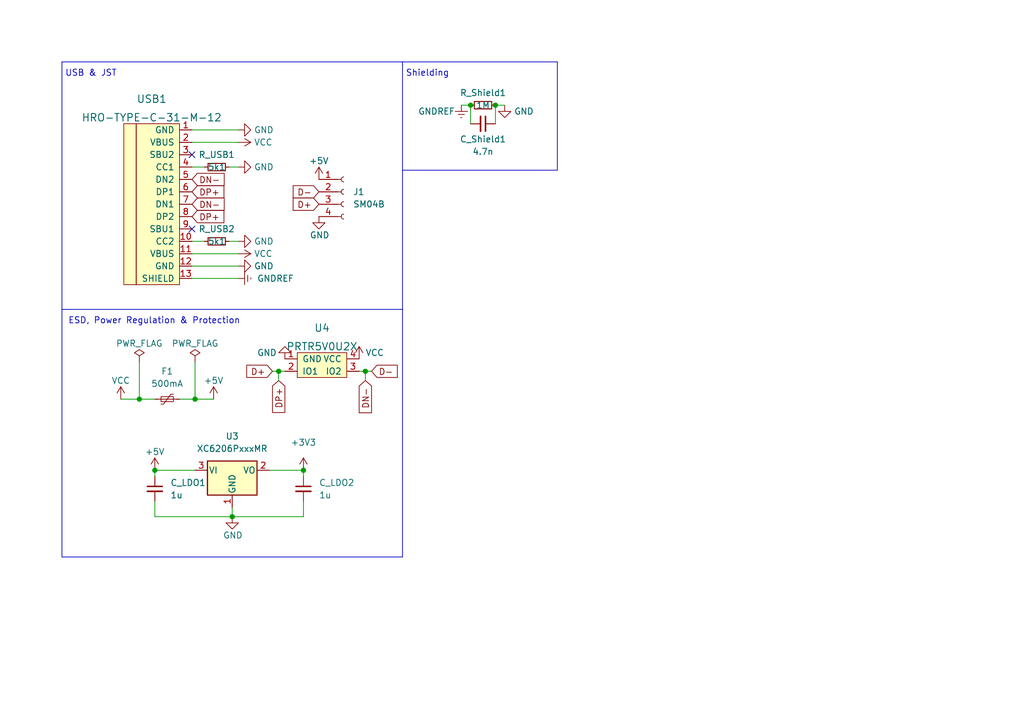
<source format=kicad_sch>
(kicad_sch (version 20230121) (generator eeschema)

  (uuid f1bcf098-ea40-4de5-99e0-808034671dd8)

  (paper "A5")

  (lib_symbols
    (symbol "Connector:Conn_01x04_Female" (pin_names (offset 1.016) hide) (in_bom yes) (on_board yes)
      (property "Reference" "J" (at 0 5.08 0)
        (effects (font (size 1.27 1.27)))
      )
      (property "Value" "Conn_01x04_Female" (at 0 -7.62 0)
        (effects (font (size 1.27 1.27)))
      )
      (property "Footprint" "" (at 0 0 0)
        (effects (font (size 1.27 1.27)) hide)
      )
      (property "Datasheet" "~" (at 0 0 0)
        (effects (font (size 1.27 1.27)) hide)
      )
      (property "ki_keywords" "connector" (at 0 0 0)
        (effects (font (size 1.27 1.27)) hide)
      )
      (property "ki_description" "Generic connector, single row, 01x04, script generated (kicad-library-utils/schlib/autogen/connector/)" (at 0 0 0)
        (effects (font (size 1.27 1.27)) hide)
      )
      (property "ki_fp_filters" "Connector*:*_1x??_*" (at 0 0 0)
        (effects (font (size 1.27 1.27)) hide)
      )
      (symbol "Conn_01x04_Female_1_1"
        (arc (start 0 -4.572) (mid -0.5058 -5.08) (end 0 -5.588)
          (stroke (width 0.1524) (type default))
          (fill (type none))
        )
        (arc (start 0 -2.032) (mid -0.5058 -2.54) (end 0 -3.048)
          (stroke (width 0.1524) (type default))
          (fill (type none))
        )
        (polyline
          (pts
            (xy -1.27 -5.08)
            (xy -0.508 -5.08)
          )
          (stroke (width 0.1524) (type default))
          (fill (type none))
        )
        (polyline
          (pts
            (xy -1.27 -2.54)
            (xy -0.508 -2.54)
          )
          (stroke (width 0.1524) (type default))
          (fill (type none))
        )
        (polyline
          (pts
            (xy -1.27 0)
            (xy -0.508 0)
          )
          (stroke (width 0.1524) (type default))
          (fill (type none))
        )
        (polyline
          (pts
            (xy -1.27 2.54)
            (xy -0.508 2.54)
          )
          (stroke (width 0.1524) (type default))
          (fill (type none))
        )
        (arc (start 0 0.508) (mid -0.5058 0) (end 0 -0.508)
          (stroke (width 0.1524) (type default))
          (fill (type none))
        )
        (arc (start 0 3.048) (mid -0.5058 2.54) (end 0 2.032)
          (stroke (width 0.1524) (type default))
          (fill (type none))
        )
        (pin passive line (at -5.08 2.54 0) (length 3.81)
          (name "Pin_1" (effects (font (size 1.27 1.27))))
          (number "1" (effects (font (size 1.27 1.27))))
        )
        (pin passive line (at -5.08 0 0) (length 3.81)
          (name "Pin_2" (effects (font (size 1.27 1.27))))
          (number "2" (effects (font (size 1.27 1.27))))
        )
        (pin passive line (at -5.08 -2.54 0) (length 3.81)
          (name "Pin_3" (effects (font (size 1.27 1.27))))
          (number "3" (effects (font (size 1.27 1.27))))
        )
        (pin passive line (at -5.08 -5.08 0) (length 3.81)
          (name "Pin_4" (effects (font (size 1.27 1.27))))
          (number "4" (effects (font (size 1.27 1.27))))
        )
      )
    )
    (symbol "Device:C_Small" (pin_numbers hide) (pin_names (offset 0.254) hide) (in_bom yes) (on_board yes)
      (property "Reference" "C" (at 0.254 1.778 0)
        (effects (font (size 1.27 1.27)) (justify left))
      )
      (property "Value" "C_Small" (at 0.254 -2.032 0)
        (effects (font (size 1.27 1.27)) (justify left))
      )
      (property "Footprint" "" (at 0 0 0)
        (effects (font (size 1.27 1.27)) hide)
      )
      (property "Datasheet" "~" (at 0 0 0)
        (effects (font (size 1.27 1.27)) hide)
      )
      (property "ki_keywords" "capacitor cap" (at 0 0 0)
        (effects (font (size 1.27 1.27)) hide)
      )
      (property "ki_description" "Unpolarized capacitor, small symbol" (at 0 0 0)
        (effects (font (size 1.27 1.27)) hide)
      )
      (property "ki_fp_filters" "C_*" (at 0 0 0)
        (effects (font (size 1.27 1.27)) hide)
      )
      (symbol "C_Small_0_1"
        (polyline
          (pts
            (xy -1.524 -0.508)
            (xy 1.524 -0.508)
          )
          (stroke (width 0.3302) (type default))
          (fill (type none))
        )
        (polyline
          (pts
            (xy -1.524 0.508)
            (xy 1.524 0.508)
          )
          (stroke (width 0.3048) (type default))
          (fill (type none))
        )
      )
      (symbol "C_Small_1_1"
        (pin passive line (at 0 2.54 270) (length 2.032)
          (name "~" (effects (font (size 1.27 1.27))))
          (number "1" (effects (font (size 1.27 1.27))))
        )
        (pin passive line (at 0 -2.54 90) (length 2.032)
          (name "~" (effects (font (size 1.27 1.27))))
          (number "2" (effects (font (size 1.27 1.27))))
        )
      )
    )
    (symbol "Device:Polyfuse_Small" (pin_numbers hide) (pin_names (offset 0)) (in_bom yes) (on_board yes)
      (property "Reference" "F" (at -1.905 0 90)
        (effects (font (size 1.27 1.27)))
      )
      (property "Value" "Polyfuse_Small" (at 1.905 0 90)
        (effects (font (size 1.27 1.27)))
      )
      (property "Footprint" "" (at 1.27 -5.08 0)
        (effects (font (size 1.27 1.27)) (justify left) hide)
      )
      (property "Datasheet" "~" (at 0 0 0)
        (effects (font (size 1.27 1.27)) hide)
      )
      (property "ki_keywords" "resettable fuse PTC PPTC polyfuse polyswitch" (at 0 0 0)
        (effects (font (size 1.27 1.27)) hide)
      )
      (property "ki_description" "Resettable fuse, polymeric positive temperature coefficient, small symbol" (at 0 0 0)
        (effects (font (size 1.27 1.27)) hide)
      )
      (property "ki_fp_filters" "*polyfuse* *PTC*" (at 0 0 0)
        (effects (font (size 1.27 1.27)) hide)
      )
      (symbol "Polyfuse_Small_0_1"
        (rectangle (start -0.508 1.27) (end 0.508 -1.27)
          (stroke (width 0) (type default))
          (fill (type none))
        )
        (polyline
          (pts
            (xy 0 2.54)
            (xy 0 -2.54)
          )
          (stroke (width 0) (type default))
          (fill (type none))
        )
        (polyline
          (pts
            (xy -1.016 1.27)
            (xy -1.016 0.762)
            (xy 1.016 -0.762)
            (xy 1.016 -1.27)
          )
          (stroke (width 0) (type default))
          (fill (type none))
        )
      )
      (symbol "Polyfuse_Small_1_1"
        (pin passive line (at 0 2.54 270) (length 0.635)
          (name "~" (effects (font (size 1.27 1.27))))
          (number "1" (effects (font (size 1.27 1.27))))
        )
        (pin passive line (at 0 -2.54 90) (length 0.635)
          (name "~" (effects (font (size 1.27 1.27))))
          (number "2" (effects (font (size 1.27 1.27))))
        )
      )
    )
    (symbol "Device:R_Small" (pin_numbers hide) (pin_names (offset 0.254) hide) (in_bom yes) (on_board yes)
      (property "Reference" "R" (at 0.762 0.508 0)
        (effects (font (size 1.27 1.27)) (justify left))
      )
      (property "Value" "R_Small" (at 0.762 -1.016 0)
        (effects (font (size 1.27 1.27)) (justify left))
      )
      (property "Footprint" "" (at 0 0 0)
        (effects (font (size 1.27 1.27)) hide)
      )
      (property "Datasheet" "~" (at 0 0 0)
        (effects (font (size 1.27 1.27)) hide)
      )
      (property "ki_keywords" "R resistor" (at 0 0 0)
        (effects (font (size 1.27 1.27)) hide)
      )
      (property "ki_description" "Resistor, small symbol" (at 0 0 0)
        (effects (font (size 1.27 1.27)) hide)
      )
      (property "ki_fp_filters" "R_*" (at 0 0 0)
        (effects (font (size 1.27 1.27)) hide)
      )
      (symbol "R_Small_0_1"
        (rectangle (start -0.762 1.778) (end 0.762 -1.778)
          (stroke (width 0.2032) (type default))
          (fill (type none))
        )
      )
      (symbol "R_Small_1_1"
        (pin passive line (at 0 2.54 270) (length 0.762)
          (name "~" (effects (font (size 1.27 1.27))))
          (number "1" (effects (font (size 1.27 1.27))))
        )
        (pin passive line (at 0 -2.54 90) (length 0.762)
          (name "~" (effects (font (size 1.27 1.27))))
          (number "2" (effects (font (size 1.27 1.27))))
        )
      )
    )
    (symbol "Regulator_Linear:XC6206PxxxMR" (pin_names (offset 0.254)) (in_bom yes) (on_board yes)
      (property "Reference" "U" (at -3.81 3.175 0)
        (effects (font (size 1.27 1.27)))
      )
      (property "Value" "XC6206PxxxMR" (at 0 3.175 0)
        (effects (font (size 1.27 1.27)) (justify left))
      )
      (property "Footprint" "Package_TO_SOT_SMD:SOT-23" (at 0 5.715 0)
        (effects (font (size 1.27 1.27) italic) hide)
      )
      (property "Datasheet" "https://www.torexsemi.com/file/xc6206/XC6206.pdf" (at 0 0 0)
        (effects (font (size 1.27 1.27)) hide)
      )
      (property "ki_keywords" "Torex LDO Voltage Regulator Fixed Positive" (at 0 0 0)
        (effects (font (size 1.27 1.27)) hide)
      )
      (property "ki_description" "Positive 60-250mA Low Dropout Regulator, Fixed Output, SOT-23" (at 0 0 0)
        (effects (font (size 1.27 1.27)) hide)
      )
      (property "ki_fp_filters" "SOT?23*" (at 0 0 0)
        (effects (font (size 1.27 1.27)) hide)
      )
      (symbol "XC6206PxxxMR_0_1"
        (rectangle (start -5.08 1.905) (end 5.08 -5.08)
          (stroke (width 0.254) (type default))
          (fill (type background))
        )
      )
      (symbol "XC6206PxxxMR_1_1"
        (pin power_in line (at 0 -7.62 90) (length 2.54)
          (name "GND" (effects (font (size 1.27 1.27))))
          (number "1" (effects (font (size 1.27 1.27))))
        )
        (pin power_out line (at 7.62 0 180) (length 2.54)
          (name "VO" (effects (font (size 1.27 1.27))))
          (number "2" (effects (font (size 1.27 1.27))))
        )
        (pin power_in line (at -7.62 0 0) (length 2.54)
          (name "VI" (effects (font (size 1.27 1.27))))
          (number "3" (effects (font (size 1.27 1.27))))
        )
      )
    )
    (symbol "cipulot_parts:HRO-TYPE-C-31-M-12" (pin_names (offset 1.016)) (in_bom yes) (on_board yes)
      (property "Reference" "USB" (at -5.08 16.51 0)
        (effects (font (size 1.524 1.524)))
      )
      (property "Value" "HRO-TYPE-C-31-M-12" (at -10.16 -1.27 90)
        (effects (font (size 1.524 1.524)))
      )
      (property "Footprint" "" (at 0 0 0)
        (effects (font (size 1.524 1.524)) hide)
      )
      (property "Datasheet" "" (at 0 0 0)
        (effects (font (size 1.524 1.524)) hide)
      )
      (symbol "HRO-TYPE-C-31-M-12_0_1"
        (rectangle (start -11.43 15.24) (end -8.89 -17.78)
          (stroke (width 0) (type default))
          (fill (type background))
        )
        (rectangle (start 0 -17.78) (end -8.89 15.24)
          (stroke (width 0) (type default))
          (fill (type background))
        )
      )
      (symbol "HRO-TYPE-C-31-M-12_1_1"
        (pin input line (at 2.54 13.97 180) (length 2.54)
          (name "GND" (effects (font (size 1.27 1.27))))
          (number "1" (effects (font (size 1.27 1.27))))
        )
        (pin input line (at 2.54 -8.89 180) (length 2.54)
          (name "CC2" (effects (font (size 1.27 1.27))))
          (number "10" (effects (font (size 1.27 1.27))))
        )
        (pin input line (at 2.54 -11.43 180) (length 2.54)
          (name "VBUS" (effects (font (size 1.27 1.27))))
          (number "11" (effects (font (size 1.27 1.27))))
        )
        (pin input line (at 2.54 -13.97 180) (length 2.54)
          (name "GND" (effects (font (size 1.27 1.27))))
          (number "12" (effects (font (size 1.27 1.27))))
        )
        (pin input line (at 2.54 -16.51 180) (length 2.54)
          (name "SHIELD" (effects (font (size 1.27 1.27))))
          (number "13" (effects (font (size 1.27 1.27))))
        )
        (pin input line (at 2.54 11.43 180) (length 2.54)
          (name "VBUS" (effects (font (size 1.27 1.27))))
          (number "2" (effects (font (size 1.27 1.27))))
        )
        (pin input line (at 2.54 8.89 180) (length 2.54)
          (name "SBU2" (effects (font (size 1.27 1.27))))
          (number "3" (effects (font (size 1.27 1.27))))
        )
        (pin input line (at 2.54 6.35 180) (length 2.54)
          (name "CC1" (effects (font (size 1.27 1.27))))
          (number "4" (effects (font (size 1.27 1.27))))
        )
        (pin input line (at 2.54 3.81 180) (length 2.54)
          (name "DN2" (effects (font (size 1.27 1.27))))
          (number "5" (effects (font (size 1.27 1.27))))
        )
        (pin input line (at 2.54 1.27 180) (length 2.54)
          (name "DP1" (effects (font (size 1.27 1.27))))
          (number "6" (effects (font (size 1.27 1.27))))
        )
        (pin input line (at 2.54 -1.27 180) (length 2.54)
          (name "DN1" (effects (font (size 1.27 1.27))))
          (number "7" (effects (font (size 1.27 1.27))))
        )
        (pin input line (at 2.54 -3.81 180) (length 2.54)
          (name "DP2" (effects (font (size 1.27 1.27))))
          (number "8" (effects (font (size 1.27 1.27))))
        )
        (pin input line (at 2.54 -6.35 180) (length 2.54)
          (name "SBU1" (effects (font (size 1.27 1.27))))
          (number "9" (effects (font (size 1.27 1.27))))
        )
      )
    )
    (symbol "cipulot_parts:PRTR5V0U2X" (pin_names (offset 1.016)) (in_bom yes) (on_board yes)
      (property "Reference" "U" (at 0 3.81 0)
        (effects (font (size 1.524 1.524)))
      )
      (property "Value" "PRTR5V0U2X" (at 0 -3.81 0)
        (effects (font (size 1.524 1.524)))
      )
      (property "Footprint" "" (at 0 0 0)
        (effects (font (size 1.524 1.524)) hide)
      )
      (property "Datasheet" "" (at 0 0 0)
        (effects (font (size 1.524 1.524)) hide)
      )
      (symbol "PRTR5V0U2X_0_1"
        (rectangle (start -5.08 2.54) (end 5.08 -2.54)
          (stroke (width 0) (type default))
          (fill (type background))
        )
      )
      (symbol "PRTR5V0U2X_1_1"
        (pin input line (at -7.62 1.27 0) (length 2.54)
          (name "GND" (effects (font (size 1.27 1.27))))
          (number "1" (effects (font (size 1.27 1.27))))
        )
        (pin input line (at -7.62 -1.27 0) (length 2.54)
          (name "IO1" (effects (font (size 1.27 1.27))))
          (number "2" (effects (font (size 1.27 1.27))))
        )
        (pin input line (at 7.62 -1.27 180) (length 2.54)
          (name "IO2" (effects (font (size 1.27 1.27))))
          (number "3" (effects (font (size 1.27 1.27))))
        )
        (pin input line (at 7.62 1.27 180) (length 2.54)
          (name "VCC" (effects (font (size 1.27 1.27))))
          (number "4" (effects (font (size 1.27 1.27))))
        )
      )
    )
    (symbol "power:+3V3" (power) (pin_names (offset 0)) (in_bom yes) (on_board yes)
      (property "Reference" "#PWR" (at 0 -3.81 0)
        (effects (font (size 1.27 1.27)) hide)
      )
      (property "Value" "+3V3" (at 0 3.556 0)
        (effects (font (size 1.27 1.27)))
      )
      (property "Footprint" "" (at 0 0 0)
        (effects (font (size 1.27 1.27)) hide)
      )
      (property "Datasheet" "" (at 0 0 0)
        (effects (font (size 1.27 1.27)) hide)
      )
      (property "ki_keywords" "power-flag" (at 0 0 0)
        (effects (font (size 1.27 1.27)) hide)
      )
      (property "ki_description" "Power symbol creates a global label with name \"+3V3\"" (at 0 0 0)
        (effects (font (size 1.27 1.27)) hide)
      )
      (symbol "+3V3_0_1"
        (polyline
          (pts
            (xy -0.762 1.27)
            (xy 0 2.54)
          )
          (stroke (width 0) (type default))
          (fill (type none))
        )
        (polyline
          (pts
            (xy 0 0)
            (xy 0 2.54)
          )
          (stroke (width 0) (type default))
          (fill (type none))
        )
        (polyline
          (pts
            (xy 0 2.54)
            (xy 0.762 1.27)
          )
          (stroke (width 0) (type default))
          (fill (type none))
        )
      )
      (symbol "+3V3_1_1"
        (pin power_in line (at 0 0 90) (length 0) hide
          (name "+3V3" (effects (font (size 1.27 1.27))))
          (number "1" (effects (font (size 1.27 1.27))))
        )
      )
    )
    (symbol "power:+5V" (power) (pin_names (offset 0)) (in_bom yes) (on_board yes)
      (property "Reference" "#PWR" (at 0 -3.81 0)
        (effects (font (size 1.27 1.27)) hide)
      )
      (property "Value" "+5V" (at 0 3.556 0)
        (effects (font (size 1.27 1.27)))
      )
      (property "Footprint" "" (at 0 0 0)
        (effects (font (size 1.27 1.27)) hide)
      )
      (property "Datasheet" "" (at 0 0 0)
        (effects (font (size 1.27 1.27)) hide)
      )
      (property "ki_keywords" "power-flag" (at 0 0 0)
        (effects (font (size 1.27 1.27)) hide)
      )
      (property "ki_description" "Power symbol creates a global label with name \"+5V\"" (at 0 0 0)
        (effects (font (size 1.27 1.27)) hide)
      )
      (symbol "+5V_0_1"
        (polyline
          (pts
            (xy -0.762 1.27)
            (xy 0 2.54)
          )
          (stroke (width 0) (type default))
          (fill (type none))
        )
        (polyline
          (pts
            (xy 0 0)
            (xy 0 2.54)
          )
          (stroke (width 0) (type default))
          (fill (type none))
        )
        (polyline
          (pts
            (xy 0 2.54)
            (xy 0.762 1.27)
          )
          (stroke (width 0) (type default))
          (fill (type none))
        )
      )
      (symbol "+5V_1_1"
        (pin power_in line (at 0 0 90) (length 0) hide
          (name "+5V" (effects (font (size 1.27 1.27))))
          (number "1" (effects (font (size 1.27 1.27))))
        )
      )
    )
    (symbol "power:GND" (power) (pin_names (offset 0)) (in_bom yes) (on_board yes)
      (property "Reference" "#PWR" (at 0 -6.35 0)
        (effects (font (size 1.27 1.27)) hide)
      )
      (property "Value" "GND" (at 0 -3.81 0)
        (effects (font (size 1.27 1.27)))
      )
      (property "Footprint" "" (at 0 0 0)
        (effects (font (size 1.27 1.27)) hide)
      )
      (property "Datasheet" "" (at 0 0 0)
        (effects (font (size 1.27 1.27)) hide)
      )
      (property "ki_keywords" "power-flag" (at 0 0 0)
        (effects (font (size 1.27 1.27)) hide)
      )
      (property "ki_description" "Power symbol creates a global label with name \"GND\" , ground" (at 0 0 0)
        (effects (font (size 1.27 1.27)) hide)
      )
      (symbol "GND_0_1"
        (polyline
          (pts
            (xy 0 0)
            (xy 0 -1.27)
            (xy 1.27 -1.27)
            (xy 0 -2.54)
            (xy -1.27 -1.27)
            (xy 0 -1.27)
          )
          (stroke (width 0) (type default))
          (fill (type none))
        )
      )
      (symbol "GND_1_1"
        (pin power_in line (at 0 0 270) (length 0) hide
          (name "GND" (effects (font (size 1.27 1.27))))
          (number "1" (effects (font (size 1.27 1.27))))
        )
      )
    )
    (symbol "power:GNDREF" (power) (pin_names (offset 0)) (in_bom yes) (on_board yes)
      (property "Reference" "#PWR" (at 0 -6.35 0)
        (effects (font (size 1.27 1.27)) hide)
      )
      (property "Value" "GNDREF" (at 0 -3.81 0)
        (effects (font (size 1.27 1.27)))
      )
      (property "Footprint" "" (at 0 0 0)
        (effects (font (size 1.27 1.27)) hide)
      )
      (property "Datasheet" "" (at 0 0 0)
        (effects (font (size 1.27 1.27)) hide)
      )
      (property "ki_keywords" "power-flag" (at 0 0 0)
        (effects (font (size 1.27 1.27)) hide)
      )
      (property "ki_description" "Power symbol creates a global label with name \"GNDREF\" , reference supply ground" (at 0 0 0)
        (effects (font (size 1.27 1.27)) hide)
      )
      (symbol "GNDREF_0_1"
        (polyline
          (pts
            (xy -0.635 -1.905)
            (xy 0.635 -1.905)
          )
          (stroke (width 0) (type default))
          (fill (type none))
        )
        (polyline
          (pts
            (xy -0.127 -2.54)
            (xy 0.127 -2.54)
          )
          (stroke (width 0) (type default))
          (fill (type none))
        )
        (polyline
          (pts
            (xy 0 -1.27)
            (xy 0 0)
          )
          (stroke (width 0) (type default))
          (fill (type none))
        )
        (polyline
          (pts
            (xy 1.27 -1.27)
            (xy -1.27 -1.27)
          )
          (stroke (width 0) (type default))
          (fill (type none))
        )
      )
      (symbol "GNDREF_1_1"
        (pin power_in line (at 0 0 270) (length 0) hide
          (name "GNDREF" (effects (font (size 1.27 1.27))))
          (number "1" (effects (font (size 1.27 1.27))))
        )
      )
    )
    (symbol "power:PWR_FLAG" (power) (pin_numbers hide) (pin_names (offset 0) hide) (in_bom yes) (on_board yes)
      (property "Reference" "#FLG" (at 0 1.905 0)
        (effects (font (size 1.27 1.27)) hide)
      )
      (property "Value" "PWR_FLAG" (at 0 3.81 0)
        (effects (font (size 1.27 1.27)))
      )
      (property "Footprint" "" (at 0 0 0)
        (effects (font (size 1.27 1.27)) hide)
      )
      (property "Datasheet" "~" (at 0 0 0)
        (effects (font (size 1.27 1.27)) hide)
      )
      (property "ki_keywords" "power-flag" (at 0 0 0)
        (effects (font (size 1.27 1.27)) hide)
      )
      (property "ki_description" "Special symbol for telling ERC where power comes from" (at 0 0 0)
        (effects (font (size 1.27 1.27)) hide)
      )
      (symbol "PWR_FLAG_0_0"
        (pin power_out line (at 0 0 90) (length 0)
          (name "pwr" (effects (font (size 1.27 1.27))))
          (number "1" (effects (font (size 1.27 1.27))))
        )
      )
      (symbol "PWR_FLAG_0_1"
        (polyline
          (pts
            (xy 0 0)
            (xy 0 1.27)
            (xy -1.016 1.905)
            (xy 0 2.54)
            (xy 1.016 1.905)
            (xy 0 1.27)
          )
          (stroke (width 0) (type default))
          (fill (type none))
        )
      )
    )
    (symbol "power:VCC" (power) (pin_names (offset 0)) (in_bom yes) (on_board yes)
      (property "Reference" "#PWR" (at 0 -3.81 0)
        (effects (font (size 1.27 1.27)) hide)
      )
      (property "Value" "VCC" (at 0 3.81 0)
        (effects (font (size 1.27 1.27)))
      )
      (property "Footprint" "" (at 0 0 0)
        (effects (font (size 1.27 1.27)) hide)
      )
      (property "Datasheet" "" (at 0 0 0)
        (effects (font (size 1.27 1.27)) hide)
      )
      (property "ki_keywords" "power-flag" (at 0 0 0)
        (effects (font (size 1.27 1.27)) hide)
      )
      (property "ki_description" "Power symbol creates a global label with name \"VCC\"" (at 0 0 0)
        (effects (font (size 1.27 1.27)) hide)
      )
      (symbol "VCC_0_1"
        (polyline
          (pts
            (xy -0.762 1.27)
            (xy 0 2.54)
          )
          (stroke (width 0) (type default))
          (fill (type none))
        )
        (polyline
          (pts
            (xy 0 0)
            (xy 0 2.54)
          )
          (stroke (width 0) (type default))
          (fill (type none))
        )
        (polyline
          (pts
            (xy 0 2.54)
            (xy 0.762 1.27)
          )
          (stroke (width 0) (type default))
          (fill (type none))
        )
      )
      (symbol "VCC_1_1"
        (pin power_in line (at 0 0 90) (length 0) hide
          (name "VCC" (effects (font (size 1.27 1.27))))
          (number "1" (effects (font (size 1.27 1.27))))
        )
      )
    )
  )

  (junction (at 96.52 21.59) (diameter 0) (color 0 0 0 0)
    (uuid 02576154-4784-41e2-a9af-ea67b4eebf8b)
  )
  (junction (at 40.005 81.915) (diameter 0) (color 0 0 0 0)
    (uuid 08b3c837-3b7d-4a34-b065-8bdb84b5876e)
  )
  (junction (at 57.15 76.2) (diameter 0) (color 0 0 0 0)
    (uuid 3acbd7be-6c6d-4ae1-a198-dfe921c15892)
  )
  (junction (at 62.23 96.52) (diameter 0) (color 0 0 0 0)
    (uuid 43b619f4-0534-4ff0-ba08-59e444a7b1aa)
  )
  (junction (at 74.93 76.2) (diameter 0) (color 0 0 0 0)
    (uuid 57dd0fc6-892e-4e77-ba0b-a44ed130060f)
  )
  (junction (at 101.6 21.59) (diameter 0) (color 0 0 0 0)
    (uuid 5d3ab011-f517-469b-bef8-2a09edf4cf32)
  )
  (junction (at 47.625 106.045) (diameter 0) (color 0 0 0 0)
    (uuid 73740a2f-a829-47a5-8c12-f3a77855bf97)
  )
  (junction (at 31.75 96.52) (diameter 0) (color 0 0 0 0)
    (uuid 82ebe3ee-af4f-4e9e-be47-d00f9b732f98)
  )
  (junction (at 28.575 81.915) (diameter 0) (color 0 0 0 0)
    (uuid ccfbf540-089f-4742-ab31-6f96b909a37c)
  )

  (no_connect (at 39.37 46.99) (uuid 8abcc669-f925-4fc1-a74e-8c9c3547f337))
  (no_connect (at 39.37 31.75) (uuid b06dc7b2-6740-4d2b-b379-50fe007d2186))

  (wire (pts (xy 31.75 96.52) (xy 31.75 97.79))
    (stroke (width 0) (type default))
    (uuid 018c5cef-331d-4e0f-a3da-00112ab0e758)
  )
  (polyline (pts (xy 82.55 12.7) (xy 82.55 63.5))
    (stroke (width 0) (type default))
    (uuid 0266aae2-2a95-437c-8b32-427bfaf0fd46)
  )

  (wire (pts (xy 24.765 81.915) (xy 28.575 81.915))
    (stroke (width 0) (type default))
    (uuid 052f96f5-f443-4f05-abdd-7a5378d6741e)
  )
  (wire (pts (xy 96.52 21.59) (xy 96.52 25.4))
    (stroke (width 0) (type default))
    (uuid 05520b81-b2ce-454a-9b71-4adcbdca54d3)
  )
  (wire (pts (xy 47.625 104.14) (xy 47.625 106.045))
    (stroke (width 0) (type default))
    (uuid 060e4550-56f9-437a-8e8a-dbcdaf065a9c)
  )
  (polyline (pts (xy 12.7 114.3) (xy 12.7 63.5))
    (stroke (width 0) (type default))
    (uuid 0d90044c-a1a5-4998-a1ce-6981daf7b6bb)
  )

  (wire (pts (xy 31.75 96.52) (xy 40.005 96.52))
    (stroke (width 0) (type default))
    (uuid 20b595ac-1516-4884-a275-c42a367d8126)
  )
  (polyline (pts (xy 114.3 12.7) (xy 114.3 34.925))
    (stroke (width 0) (type default))
    (uuid 22c26e2a-f422-49df-92e2-ab204cf33516)
  )

  (wire (pts (xy 74.93 76.2) (xy 74.93 78.105))
    (stroke (width 0) (type default))
    (uuid 2bdebdec-89a3-4d6c-a671-948ac60de36a)
  )
  (wire (pts (xy 46.99 49.53) (xy 48.895 49.53))
    (stroke (width 0) (type default))
    (uuid 2c288de8-fa1f-43ce-ba47-268a19caa2f2)
  )
  (wire (pts (xy 57.15 76.2) (xy 58.42 76.2))
    (stroke (width 0) (type default))
    (uuid 3267e08c-5033-4398-b4bd-52ee192e6fbb)
  )
  (wire (pts (xy 73.66 76.2) (xy 74.93 76.2))
    (stroke (width 0) (type default))
    (uuid 46cd7594-19df-4c4b-a1b9-a39fb33140a2)
  )
  (wire (pts (xy 55.245 96.52) (xy 62.23 96.52))
    (stroke (width 0) (type default))
    (uuid 46eddcff-4149-4801-9508-8a6777c460ae)
  )
  (wire (pts (xy 39.37 26.67) (xy 48.895 26.67))
    (stroke (width 0) (type default))
    (uuid 47509ae1-6f14-446d-a972-401afda4fc0f)
  )
  (wire (pts (xy 101.6 21.59) (xy 101.6 25.4))
    (stroke (width 0) (type default))
    (uuid 4bb9cabb-e6b1-48b2-8cdb-a9675081716d)
  )
  (polyline (pts (xy 12.7 12.7) (xy 12.7 63.5))
    (stroke (width 0) (type default))
    (uuid 4fc702b6-0a62-4361-99c3-f9f7b759d461)
  )

  (wire (pts (xy 36.83 81.915) (xy 40.005 81.915))
    (stroke (width 0) (type default))
    (uuid 51c4c8fa-ed40-46ad-a5cf-dceeed0f7865)
  )
  (wire (pts (xy 101.6 21.59) (xy 103.505 21.59))
    (stroke (width 0) (type default))
    (uuid 5c74ba79-733c-4721-aa7d-b149f54ad9be)
  )
  (polyline (pts (xy 82.55 114.3) (xy 12.7 114.3))
    (stroke (width 0) (type default))
    (uuid 5e81a6c2-7e9a-4e6d-bdb1-2dc914deda21)
  )

  (wire (pts (xy 28.575 81.915) (xy 31.75 81.915))
    (stroke (width 0) (type default))
    (uuid 6575d6ea-1558-46c3-92b3-ecce402e5d1b)
  )
  (wire (pts (xy 31.75 102.87) (xy 31.75 106.045))
    (stroke (width 0) (type default))
    (uuid 674c839d-3619-4554-9510-55045bc17c9c)
  )
  (wire (pts (xy 39.37 49.53) (xy 41.91 49.53))
    (stroke (width 0) (type default))
    (uuid 6b59330f-f6cc-40b3-9e10-4d21ce5a63f8)
  )
  (wire (pts (xy 40.005 81.915) (xy 43.815 81.915))
    (stroke (width 0) (type default))
    (uuid 71c8bb80-44f5-4f69-b280-9060cae12af0)
  )
  (wire (pts (xy 39.37 57.15) (xy 48.895 57.15))
    (stroke (width 0) (type default))
    (uuid 7873c359-01c9-4e1f-9526-a30b145d1fe5)
  )
  (wire (pts (xy 46.99 34.29) (xy 48.895 34.29))
    (stroke (width 0) (type default))
    (uuid 7c597d66-bc36-416f-bab6-bb32473bc50c)
  )
  (wire (pts (xy 39.37 34.29) (xy 41.91 34.29))
    (stroke (width 0) (type default))
    (uuid 7ec8fe54-c813-4015-87b4-d0c7e3ef4e52)
  )
  (wire (pts (xy 62.23 106.045) (xy 62.23 102.87))
    (stroke (width 0) (type default))
    (uuid 8ae13f56-b9cb-42ca-b196-3359cf9c8aae)
  )
  (wire (pts (xy 39.37 52.07) (xy 48.895 52.07))
    (stroke (width 0) (type default))
    (uuid 919c3c2c-0a91-413b-894a-9c3534479bae)
  )
  (polyline (pts (xy 82.55 63.5) (xy 82.55 114.3))
    (stroke (width 0) (type default))
    (uuid 93295544-15ee-4ea8-aa57-1373d64c476c)
  )
  (polyline (pts (xy 82.55 63.5) (xy 12.7 63.5))
    (stroke (width 0) (type default))
    (uuid a1859189-c595-425b-b450-a7677010cc21)
  )

  (wire (pts (xy 94.615 21.59) (xy 96.52 21.59))
    (stroke (width 0) (type default))
    (uuid a38ac1af-d7e4-4032-89f5-234c025cf954)
  )
  (wire (pts (xy 28.575 74.295) (xy 28.575 81.915))
    (stroke (width 0) (type default))
    (uuid a9b5ca66-6513-4a83-986d-63154469f36c)
  )
  (wire (pts (xy 74.93 76.2) (xy 76.2 76.2))
    (stroke (width 0) (type default))
    (uuid ac5d6800-85d1-48ea-a374-cc58f6fe86b4)
  )
  (wire (pts (xy 39.37 29.21) (xy 48.895 29.21))
    (stroke (width 0) (type default))
    (uuid ae9e31c1-f792-41c4-9aee-16ac48ed9319)
  )
  (wire (pts (xy 62.23 96.52) (xy 62.23 97.79))
    (stroke (width 0) (type default))
    (uuid af984f38-47f3-44ee-944f-1242be410c77)
  )
  (polyline (pts (xy 114.3 34.925) (xy 82.55 34.925))
    (stroke (width 0) (type default))
    (uuid be4be93d-b313-4355-b0b6-ab67efa39660)
  )
  (polyline (pts (xy 12.7 12.7) (xy 82.55 12.7))
    (stroke (width 0) (type default))
    (uuid c2126075-613a-4b87-9830-dd307bbd24d4)
  )

  (wire (pts (xy 39.37 54.61) (xy 48.895 54.61))
    (stroke (width 0) (type default))
    (uuid cd2ed882-feb7-4144-95b2-427177cb1a44)
  )
  (wire (pts (xy 57.15 76.2) (xy 57.15 78.105))
    (stroke (width 0) (type default))
    (uuid d7f20948-1f72-4f12-996f-2768133092ac)
  )
  (polyline (pts (xy 82.55 12.7) (xy 114.3 12.7))
    (stroke (width 0) (type default))
    (uuid da202a2e-5371-4bc5-8155-908cdd5d0be5)
  )

  (wire (pts (xy 31.75 106.045) (xy 47.625 106.045))
    (stroke (width 0) (type default))
    (uuid db9bb8cf-131d-4aff-910f-9af41561909d)
  )
  (wire (pts (xy 47.625 106.045) (xy 62.23 106.045))
    (stroke (width 0) (type default))
    (uuid de3b7252-b371-42ab-98f4-7d534f258c87)
  )
  (wire (pts (xy 55.88 76.2) (xy 57.15 76.2))
    (stroke (width 0) (type default))
    (uuid e17425d4-0487-4794-83a6-a6bb678dae7e)
  )
  (wire (pts (xy 40.005 74.295) (xy 40.005 81.915))
    (stroke (width 0) (type default))
    (uuid fe6748e4-a5e2-4a6f-be14-f6c74ff7a2f6)
  )

  (text "Shielding\n" (at 83.185 15.875 0)
    (effects (font (size 1.27 1.27)) (justify left bottom))
    (uuid 5cb565fc-7a3e-40cb-86d4-26d0b0a1af30)
  )
  (text "ESD, Power Regulation & Protection" (at 13.97 66.675 0)
    (effects (font (size 1.27 1.27)) (justify left bottom))
    (uuid dcb7744d-28fe-4be9-91af-fb67fdcdeb92)
  )
  (text "USB & JST\n" (at 13.335 15.875 0)
    (effects (font (size 1.27 1.27)) (justify left bottom))
    (uuid f98be722-bc45-4cf6-b9e0-400b220f0b64)
  )

  (global_label "D-" (shape input) (at 76.2 76.2 0) (fields_autoplaced)
    (effects (font (size 1.27 1.27)) (justify left))
    (uuid 202b2a2b-2871-4828-bfc1-4e94beda5b69)
    (property "Intersheetrefs" "${INTERSHEET_REFS}" (at 81.4555 76.1206 0)
      (effects (font (size 1.27 1.27)) (justify left) hide)
    )
  )
  (global_label "D+" (shape input) (at 55.88 76.2 180) (fields_autoplaced)
    (effects (font (size 1.27 1.27)) (justify right))
    (uuid 28b676b9-47f9-456a-8e3a-0ae05c8c365c)
    (property "Intersheetrefs" "${INTERSHEET_REFS}" (at 50.6245 76.1206 0)
      (effects (font (size 1.27 1.27)) (justify right) hide)
    )
  )
  (global_label "D+" (shape input) (at 65.405 41.91 180) (fields_autoplaced)
    (effects (font (size 1.27 1.27)) (justify right))
    (uuid 2977debe-af6b-490f-acac-dbf478a43188)
    (property "Intersheetrefs" "${INTERSHEET_REFS}" (at 60.1495 41.8306 0)
      (effects (font (size 1.27 1.27)) (justify right) hide)
    )
  )
  (global_label "DN-" (shape input) (at 39.37 41.91 0) (fields_autoplaced)
    (effects (font (size 1.27 1.27)) (justify left))
    (uuid 45851015-4920-4c61-854c-0322d21718fd)
    (property "Intersheetrefs" "${INTERSHEET_REFS}" (at 45.956 41.8306 0)
      (effects (font (size 1.27 1.27)) (justify left) hide)
    )
  )
  (global_label "D-" (shape input) (at 65.405 39.37 180) (fields_autoplaced)
    (effects (font (size 1.27 1.27)) (justify right))
    (uuid 515d74b4-3c86-47d9-9344-9602139ddd47)
    (property "Intersheetrefs" "${INTERSHEET_REFS}" (at 60.1495 39.4494 0)
      (effects (font (size 1.27 1.27)) (justify right) hide)
    )
  )
  (global_label "DP+" (shape input) (at 39.37 39.37 0) (fields_autoplaced)
    (effects (font (size 1.27 1.27)) (justify left))
    (uuid 779be00b-a8cb-43fb-ba59-3e40885b6be2)
    (property "Intersheetrefs" "${INTERSHEET_REFS}" (at 45.8955 39.2906 0)
      (effects (font (size 1.27 1.27)) (justify left) hide)
    )
  )
  (global_label "DP+" (shape input) (at 57.15 78.105 270) (fields_autoplaced)
    (effects (font (size 1.27 1.27)) (justify right))
    (uuid 829decad-fafe-4b80-bd69-400e150c24d7)
    (property "Intersheetrefs" "${INTERSHEET_REFS}" (at 57.2294 84.6305 90)
      (effects (font (size 1.27 1.27)) (justify right) hide)
    )
  )
  (global_label "DN-" (shape input) (at 74.93 78.105 270) (fields_autoplaced)
    (effects (font (size 1.27 1.27)) (justify right))
    (uuid 8f59876b-fc7f-415d-8b55-cf76456955fb)
    (property "Intersheetrefs" "${INTERSHEET_REFS}" (at 75.0094 84.691 90)
      (effects (font (size 1.27 1.27)) (justify right) hide)
    )
  )
  (global_label "DP+" (shape input) (at 39.37 44.45 0) (fields_autoplaced)
    (effects (font (size 1.27 1.27)) (justify left))
    (uuid 9ba3aa19-4fad-4bff-9b69-b2704bb1db21)
    (property "Intersheetrefs" "${INTERSHEET_REFS}" (at 45.8955 44.3706 0)
      (effects (font (size 1.27 1.27)) (justify left) hide)
    )
  )
  (global_label "DN-" (shape input) (at 39.37 36.83 0) (fields_autoplaced)
    (effects (font (size 1.27 1.27)) (justify left))
    (uuid e895e60b-3b45-4088-a278-d2e157250a3a)
    (property "Intersheetrefs" "${INTERSHEET_REFS}" (at 45.956 36.7506 0)
      (effects (font (size 1.27 1.27)) (justify left) hide)
    )
  )

  (symbol (lib_id "Device:R_Small") (at 44.45 49.53 90) (unit 1)
    (in_bom yes) (on_board yes) (dnp no)
    (uuid 053f8b02-5d46-4f7e-8c5d-716962195fbd)
    (property "Reference" "R_USB2" (at 44.45 46.99 90)
      (effects (font (size 1.27 1.27)))
    )
    (property "Value" "5k1" (at 44.45 49.53 90)
      (effects (font (size 1.27 1.27)))
    )
    (property "Footprint" "Resistor_SMD:R_0402_1005Metric" (at 44.45 49.53 0)
      (effects (font (size 1.27 1.27)) hide)
    )
    (property "Datasheet" "~" (at 44.45 49.53 0)
      (effects (font (size 1.27 1.27)) hide)
    )
    (pin "1" (uuid 598063ba-77de-4d26-bd87-040d0adad591))
    (pin "2" (uuid 8fbdfa32-f798-42c2-9a64-54794f711665))
    (instances
      (project "SST60"
        (path "/e63e39d7-6ac0-4ffd-8aa3-1841a4541b55/9e40d895-a947-4b33-a248-0d0dda788e56"
          (reference "R_USB2") (unit 1)
        )
      )
    )
  )

  (symbol (lib_id "power:PWR_FLAG") (at 28.575 74.295 0) (unit 1)
    (in_bom yes) (on_board yes) (dnp no)
    (uuid 0952f3f1-15a6-4612-bc5c-d3ffd59409ab)
    (property "Reference" "#FLG0102" (at 28.575 72.39 0)
      (effects (font (size 1.27 1.27)) hide)
    )
    (property "Value" "PWR_FLAG" (at 28.575 70.485 0)
      (effects (font (size 1.27 1.27)))
    )
    (property "Footprint" "" (at 28.575 74.295 0)
      (effects (font (size 1.27 1.27)) hide)
    )
    (property "Datasheet" "~" (at 28.575 74.295 0)
      (effects (font (size 1.27 1.27)) hide)
    )
    (pin "1" (uuid 566b1977-b130-452a-bc81-d876dd85b321))
    (instances
      (project "SST60"
        (path "/e63e39d7-6ac0-4ffd-8aa3-1841a4541b55/9e40d895-a947-4b33-a248-0d0dda788e56"
          (reference "#FLG0102") (unit 1)
        )
      )
    )
  )

  (symbol (lib_id "power:PWR_FLAG") (at 40.005 74.295 0) (unit 1)
    (in_bom yes) (on_board yes) (dnp no)
    (uuid 097649c0-24d4-46a0-abf8-810e9d705636)
    (property "Reference" "#FLG0101" (at 40.005 72.39 0)
      (effects (font (size 1.27 1.27)) hide)
    )
    (property "Value" "PWR_FLAG" (at 40.005 70.485 0)
      (effects (font (size 1.27 1.27)))
    )
    (property "Footprint" "" (at 40.005 74.295 0)
      (effects (font (size 1.27 1.27)) hide)
    )
    (property "Datasheet" "~" (at 40.005 74.295 0)
      (effects (font (size 1.27 1.27)) hide)
    )
    (pin "1" (uuid 1dba853f-a62b-4724-9ccc-46231d3731fe))
    (instances
      (project "SST60"
        (path "/e63e39d7-6ac0-4ffd-8aa3-1841a4541b55/9e40d895-a947-4b33-a248-0d0dda788e56"
          (reference "#FLG0101") (unit 1)
        )
      )
    )
  )

  (symbol (lib_id "power:GND") (at 48.895 54.61 90) (unit 1)
    (in_bom yes) (on_board yes) (dnp no) (fields_autoplaced)
    (uuid 1cee68a7-b496-410c-881c-521bd6df6b41)
    (property "Reference" "#PWR0129" (at 55.245 54.61 0)
      (effects (font (size 1.27 1.27)) hide)
    )
    (property "Value" "GND" (at 52.07 54.6099 90)
      (effects (font (size 1.27 1.27)) (justify right))
    )
    (property "Footprint" "" (at 48.895 54.61 0)
      (effects (font (size 1.27 1.27)) hide)
    )
    (property "Datasheet" "" (at 48.895 54.61 0)
      (effects (font (size 1.27 1.27)) hide)
    )
    (pin "1" (uuid e270915a-8002-47b5-9709-b668485818c7))
    (instances
      (project "SST60"
        (path "/e63e39d7-6ac0-4ffd-8aa3-1841a4541b55/9e40d895-a947-4b33-a248-0d0dda788e56"
          (reference "#PWR0129") (unit 1)
        )
      )
    )
  )

  (symbol (lib_id "Device:Polyfuse_Small") (at 34.29 81.915 90) (unit 1)
    (in_bom yes) (on_board yes) (dnp no) (fields_autoplaced)
    (uuid 1e89bf40-ce82-42b8-b215-3fc4d37db29b)
    (property "Reference" "F1" (at 34.29 76.2 90)
      (effects (font (size 1.27 1.27)))
    )
    (property "Value" "500mA" (at 34.29 78.74 90)
      (effects (font (size 1.27 1.27)))
    )
    (property "Footprint" "Fuse:Fuse_0805_2012Metric" (at 39.37 80.645 0)
      (effects (font (size 1.27 1.27)) (justify left) hide)
    )
    (property "Datasheet" "~" (at 34.29 81.915 0)
      (effects (font (size 1.27 1.27)) hide)
    )
    (pin "1" (uuid bf57b719-5bf3-4935-ad42-abef6e31f937))
    (pin "2" (uuid 7f8b612d-924f-41f7-be2e-745abc1b124d))
    (instances
      (project "SST60"
        (path "/e63e39d7-6ac0-4ffd-8aa3-1841a4541b55/9e40d895-a947-4b33-a248-0d0dda788e56"
          (reference "F1") (unit 1)
        )
      )
    )
  )

  (symbol (lib_id "power:GNDREF") (at 94.615 21.59 0) (unit 1)
    (in_bom yes) (on_board yes) (dnp no)
    (uuid 204cb7a7-49fd-493d-b18b-87c13c64ac65)
    (property "Reference" "#PWR0132" (at 94.615 27.94 0)
      (effects (font (size 1.27 1.27)) hide)
    )
    (property "Value" "GNDREF" (at 85.725 22.86 0)
      (effects (font (size 1.27 1.27)) (justify left))
    )
    (property "Footprint" "" (at 94.615 21.59 0)
      (effects (font (size 1.27 1.27)) hide)
    )
    (property "Datasheet" "" (at 94.615 21.59 0)
      (effects (font (size 1.27 1.27)) hide)
    )
    (pin "1" (uuid 1336fb9b-64d3-4b9b-8d22-d18c70902acb))
    (instances
      (project "SST60"
        (path "/e63e39d7-6ac0-4ffd-8aa3-1841a4541b55/9e40d895-a947-4b33-a248-0d0dda788e56"
          (reference "#PWR0132") (unit 1)
        )
      )
    )
  )

  (symbol (lib_id "power:GND") (at 58.42 73.66 180) (unit 1)
    (in_bom yes) (on_board yes) (dnp no)
    (uuid 2f5fa01a-898d-451f-b5a5-0d90f7d110b1)
    (property "Reference" "#PWR0119" (at 58.42 67.31 0)
      (effects (font (size 1.27 1.27)) hide)
    )
    (property "Value" "GND" (at 52.705 72.39 0)
      (effects (font (size 1.27 1.27)) (justify right))
    )
    (property "Footprint" "" (at 58.42 73.66 0)
      (effects (font (size 1.27 1.27)) hide)
    )
    (property "Datasheet" "" (at 58.42 73.66 0)
      (effects (font (size 1.27 1.27)) hide)
    )
    (pin "1" (uuid 3bd95626-aa87-41f1-8ad4-9910837063c8))
    (instances
      (project "SST60"
        (path "/e63e39d7-6ac0-4ffd-8aa3-1841a4541b55/9e40d895-a947-4b33-a248-0d0dda788e56"
          (reference "#PWR0119") (unit 1)
        )
      )
    )
  )

  (symbol (lib_id "power:GND") (at 65.405 44.45 0) (unit 1)
    (in_bom yes) (on_board yes) (dnp no)
    (uuid 383ab68a-c764-4738-99b0-3b21e59d21f6)
    (property "Reference" "#PWR0128" (at 65.405 50.8 0)
      (effects (font (size 1.27 1.27)) hide)
    )
    (property "Value" "GND" (at 63.5 48.26 0)
      (effects (font (size 1.27 1.27)) (justify left))
    )
    (property "Footprint" "" (at 65.405 44.45 0)
      (effects (font (size 1.27 1.27)) hide)
    )
    (property "Datasheet" "" (at 65.405 44.45 0)
      (effects (font (size 1.27 1.27)) hide)
    )
    (pin "1" (uuid 2bc22061-3d2c-4992-99f8-04577654b1d0))
    (instances
      (project "SST60"
        (path "/e63e39d7-6ac0-4ffd-8aa3-1841a4541b55/9e40d895-a947-4b33-a248-0d0dda788e56"
          (reference "#PWR0128") (unit 1)
        )
      )
    )
  )

  (symbol (lib_id "Device:R_Small") (at 44.45 34.29 90) (unit 1)
    (in_bom yes) (on_board yes) (dnp no)
    (uuid 3ce4cb37-9916-40cd-aeef-d159741984d1)
    (property "Reference" "R_USB1" (at 44.45 31.75 90)
      (effects (font (size 1.27 1.27)))
    )
    (property "Value" "5k1" (at 44.45 34.29 90)
      (effects (font (size 1.27 1.27)))
    )
    (property "Footprint" "Resistor_SMD:R_0402_1005Metric" (at 44.45 34.29 0)
      (effects (font (size 1.27 1.27)) hide)
    )
    (property "Datasheet" "~" (at 44.45 34.29 0)
      (effects (font (size 1.27 1.27)) hide)
    )
    (pin "1" (uuid e2055cdc-58fe-4109-940d-969a27b18b15))
    (pin "2" (uuid b904e051-700a-4726-8a8e-a1640a8e378f))
    (instances
      (project "SST60"
        (path "/e63e39d7-6ac0-4ffd-8aa3-1841a4541b55/9e40d895-a947-4b33-a248-0d0dda788e56"
          (reference "R_USB1") (unit 1)
        )
      )
    )
  )

  (symbol (lib_id "power:GNDREF") (at 48.895 57.15 90) (unit 1)
    (in_bom yes) (on_board yes) (dnp no) (fields_autoplaced)
    (uuid 410559f8-fbf9-4d7f-a84f-80e59808cc7c)
    (property "Reference" "#PWR0126" (at 55.245 57.15 0)
      (effects (font (size 1.27 1.27)) hide)
    )
    (property "Value" "GNDREF" (at 52.705 57.1499 90)
      (effects (font (size 1.27 1.27)) (justify right))
    )
    (property "Footprint" "" (at 48.895 57.15 0)
      (effects (font (size 1.27 1.27)) hide)
    )
    (property "Datasheet" "" (at 48.895 57.15 0)
      (effects (font (size 1.27 1.27)) hide)
    )
    (pin "1" (uuid b7602ef8-d393-4b50-be77-3aa6cdaf9b0d))
    (instances
      (project "SST60"
        (path "/e63e39d7-6ac0-4ffd-8aa3-1841a4541b55/9e40d895-a947-4b33-a248-0d0dda788e56"
          (reference "#PWR0126") (unit 1)
        )
      )
    )
  )

  (symbol (lib_id "power:GND") (at 48.895 49.53 90) (unit 1)
    (in_bom yes) (on_board yes) (dnp no) (fields_autoplaced)
    (uuid 59da5fc5-0c9d-49e5-b32a-a542e293ea63)
    (property "Reference" "#PWR0127" (at 55.245 49.53 0)
      (effects (font (size 1.27 1.27)) hide)
    )
    (property "Value" "GND" (at 52.07 49.5299 90)
      (effects (font (size 1.27 1.27)) (justify right))
    )
    (property "Footprint" "" (at 48.895 49.53 0)
      (effects (font (size 1.27 1.27)) hide)
    )
    (property "Datasheet" "" (at 48.895 49.53 0)
      (effects (font (size 1.27 1.27)) hide)
    )
    (pin "1" (uuid b1fd9d76-fe6d-4d3b-9d94-c2292e95d940))
    (instances
      (project "SST60"
        (path "/e63e39d7-6ac0-4ffd-8aa3-1841a4541b55/9e40d895-a947-4b33-a248-0d0dda788e56"
          (reference "#PWR0127") (unit 1)
        )
      )
    )
  )

  (symbol (lib_id "power:+5V") (at 43.815 81.915 0) (unit 1)
    (in_bom yes) (on_board yes) (dnp no)
    (uuid 62cd265a-010d-48dd-9a4c-981daddd3e91)
    (property "Reference" "#PWR0120" (at 43.815 85.725 0)
      (effects (font (size 1.27 1.27)) hide)
    )
    (property "Value" "+5V" (at 43.815 78.105 0)
      (effects (font (size 1.27 1.27)))
    )
    (property "Footprint" "" (at 43.815 81.915 0)
      (effects (font (size 1.27 1.27)) hide)
    )
    (property "Datasheet" "" (at 43.815 81.915 0)
      (effects (font (size 1.27 1.27)) hide)
    )
    (pin "1" (uuid b9052ee9-ffb8-4c45-b49a-dd918bd34e18))
    (instances
      (project "SST60"
        (path "/e63e39d7-6ac0-4ffd-8aa3-1841a4541b55/9e40d895-a947-4b33-a248-0d0dda788e56"
          (reference "#PWR0120") (unit 1)
        )
      )
    )
  )

  (symbol (lib_id "Connector:Conn_01x04_Female") (at 70.485 39.37 0) (unit 1)
    (in_bom yes) (on_board yes) (dnp no) (fields_autoplaced)
    (uuid 6afd6128-2509-4c39-adbf-3e2e0febad11)
    (property "Reference" "J1" (at 72.39 39.3699 0)
      (effects (font (size 1.27 1.27)) (justify left))
    )
    (property "Value" "SM04B" (at 72.39 41.9099 0)
      (effects (font (size 1.27 1.27)) (justify left))
    )
    (property "Footprint" "Connector_JST:JST_SH_SM04B-SRSS-TB_1x04-1MP_P1.00mm_Horizontal" (at 70.485 39.37 0)
      (effects (font (size 1.27 1.27)) hide)
    )
    (property "Datasheet" "~" (at 70.485 39.37 0)
      (effects (font (size 1.27 1.27)) hide)
    )
    (pin "1" (uuid 88f05492-c308-4bcf-a825-48aa0ffc63a8))
    (pin "2" (uuid 4768d3bc-467d-4f6b-ac97-22d8cc346d99))
    (pin "3" (uuid 03e486d2-4b41-4ec0-9276-d4ada166426b))
    (pin "4" (uuid 41346ffd-2576-411a-a974-0b28842b95df))
    (instances
      (project "SST60"
        (path "/e63e39d7-6ac0-4ffd-8aa3-1841a4541b55/9e40d895-a947-4b33-a248-0d0dda788e56"
          (reference "J1") (unit 1)
        )
      )
    )
  )

  (symbol (lib_id "power:+5V") (at 65.405 36.83 0) (unit 1)
    (in_bom yes) (on_board yes) (dnp no)
    (uuid 6dc38f71-b73d-41a8-bf91-819b01ba45c4)
    (property "Reference" "#PWR0136" (at 65.405 40.64 0)
      (effects (font (size 1.27 1.27)) hide)
    )
    (property "Value" "+5V" (at 65.405 33.02 0)
      (effects (font (size 1.27 1.27)))
    )
    (property "Footprint" "" (at 65.405 36.83 0)
      (effects (font (size 1.27 1.27)) hide)
    )
    (property "Datasheet" "" (at 65.405 36.83 0)
      (effects (font (size 1.27 1.27)) hide)
    )
    (pin "1" (uuid 3f47c312-093d-44ba-bc44-c98a2e14e447))
    (instances
      (project "SST60"
        (path "/e63e39d7-6ac0-4ffd-8aa3-1841a4541b55/9e40d895-a947-4b33-a248-0d0dda788e56"
          (reference "#PWR0136") (unit 1)
        )
      )
    )
  )

  (symbol (lib_id "power:VCC") (at 73.66 73.66 0) (unit 1)
    (in_bom yes) (on_board yes) (dnp no)
    (uuid 7e587afd-1d29-41ee-a2b2-ecdd282323b5)
    (property "Reference" "#PWR0124" (at 73.66 77.47 0)
      (effects (font (size 1.27 1.27)) hide)
    )
    (property "Value" "VCC" (at 74.93 72.39 0)
      (effects (font (size 1.27 1.27)) (justify left))
    )
    (property "Footprint" "" (at 73.66 73.66 0)
      (effects (font (size 1.27 1.27)) hide)
    )
    (property "Datasheet" "" (at 73.66 73.66 0)
      (effects (font (size 1.27 1.27)) hide)
    )
    (pin "1" (uuid e6af27d7-f6b8-48a6-b5e3-f873139e61e5))
    (instances
      (project "SST60"
        (path "/e63e39d7-6ac0-4ffd-8aa3-1841a4541b55/9e40d895-a947-4b33-a248-0d0dda788e56"
          (reference "#PWR0124") (unit 1)
        )
      )
    )
  )

  (symbol (lib_id "power:VCC") (at 48.895 29.21 270) (unit 1)
    (in_bom yes) (on_board yes) (dnp no) (fields_autoplaced)
    (uuid 873f8e99-b9fb-4c9f-9737-fc501c0bdfd4)
    (property "Reference" "#PWR0134" (at 45.085 29.21 0)
      (effects (font (size 1.27 1.27)) hide)
    )
    (property "Value" "VCC" (at 52.07 29.2099 90)
      (effects (font (size 1.27 1.27)) (justify left))
    )
    (property "Footprint" "" (at 48.895 29.21 0)
      (effects (font (size 1.27 1.27)) hide)
    )
    (property "Datasheet" "" (at 48.895 29.21 0)
      (effects (font (size 1.27 1.27)) hide)
    )
    (pin "1" (uuid 3a382568-440b-425e-ac6a-74be5d63bbb8))
    (instances
      (project "SST60"
        (path "/e63e39d7-6ac0-4ffd-8aa3-1841a4541b55/9e40d895-a947-4b33-a248-0d0dda788e56"
          (reference "#PWR0134") (unit 1)
        )
      )
    )
  )

  (symbol (lib_id "power:+5V") (at 31.75 96.52 0) (unit 1)
    (in_bom yes) (on_board yes) (dnp no)
    (uuid 8e0b56c1-d77e-4421-9a8a-ee473daf4d10)
    (property "Reference" "#PWR0123" (at 31.75 100.33 0)
      (effects (font (size 1.27 1.27)) hide)
    )
    (property "Value" "+5V" (at 31.75 92.71 0)
      (effects (font (size 1.27 1.27)))
    )
    (property "Footprint" "" (at 31.75 96.52 0)
      (effects (font (size 1.27 1.27)) hide)
    )
    (property "Datasheet" "" (at 31.75 96.52 0)
      (effects (font (size 1.27 1.27)) hide)
    )
    (pin "1" (uuid 7c136880-1ad2-4032-8b82-d2fc8993263a))
    (instances
      (project "SST60"
        (path "/e63e39d7-6ac0-4ffd-8aa3-1841a4541b55/9e40d895-a947-4b33-a248-0d0dda788e56"
          (reference "#PWR0123") (unit 1)
        )
      )
    )
  )

  (symbol (lib_id "Device:C_Small") (at 99.06 25.4 270) (unit 1)
    (in_bom yes) (on_board yes) (dnp no)
    (uuid 9790824d-8a88-40ed-8b5d-2a91f027e3d8)
    (property "Reference" "C_Shield1" (at 99.06 28.575 90)
      (effects (font (size 1.27 1.27)))
    )
    (property "Value" "4.7n" (at 99.06 31.115 90)
      (effects (font (size 1.27 1.27)))
    )
    (property "Footprint" "Capacitor_SMD:C_0402_1005Metric" (at 99.06 25.4 0)
      (effects (font (size 1.27 1.27)) hide)
    )
    (property "Datasheet" "~" (at 99.06 25.4 0)
      (effects (font (size 1.27 1.27)) hide)
    )
    (pin "1" (uuid 7c2751cf-e923-42c5-9af9-f290d6627bd8))
    (pin "2" (uuid 213f61f1-2705-4d33-9fe7-26ee152df129))
    (instances
      (project "SST60"
        (path "/e63e39d7-6ac0-4ffd-8aa3-1841a4541b55/9e40d895-a947-4b33-a248-0d0dda788e56"
          (reference "C_Shield1") (unit 1)
        )
      )
    )
  )

  (symbol (lib_id "power:GND") (at 48.895 34.29 90) (unit 1)
    (in_bom yes) (on_board yes) (dnp no) (fields_autoplaced)
    (uuid 990a5340-b63d-4e9e-8f3b-8bbec56a63cc)
    (property "Reference" "#PWR0133" (at 55.245 34.29 0)
      (effects (font (size 1.27 1.27)) hide)
    )
    (property "Value" "GND" (at 52.07 34.2899 90)
      (effects (font (size 1.27 1.27)) (justify right))
    )
    (property "Footprint" "" (at 48.895 34.29 0)
      (effects (font (size 1.27 1.27)) hide)
    )
    (property "Datasheet" "" (at 48.895 34.29 0)
      (effects (font (size 1.27 1.27)) hide)
    )
    (pin "1" (uuid 2598478c-a47a-4374-b321-cdd808f7cc35))
    (instances
      (project "SST60"
        (path "/e63e39d7-6ac0-4ffd-8aa3-1841a4541b55/9e40d895-a947-4b33-a248-0d0dda788e56"
          (reference "#PWR0133") (unit 1)
        )
      )
    )
  )

  (symbol (lib_id "power:GND") (at 47.625 106.045 0) (unit 1)
    (in_bom yes) (on_board yes) (dnp no)
    (uuid a5791925-4489-45ff-95c8-e92b3b2c7f3a)
    (property "Reference" "#PWR0121" (at 47.625 112.395 0)
      (effects (font (size 1.27 1.27)) hide)
    )
    (property "Value" "GND" (at 45.72 109.855 0)
      (effects (font (size 1.27 1.27)) (justify left))
    )
    (property "Footprint" "" (at 47.625 106.045 0)
      (effects (font (size 1.27 1.27)) hide)
    )
    (property "Datasheet" "" (at 47.625 106.045 0)
      (effects (font (size 1.27 1.27)) hide)
    )
    (pin "1" (uuid bb656d10-9e3f-4e1c-b84e-8b2d586285b3))
    (instances
      (project "SST60"
        (path "/e63e39d7-6ac0-4ffd-8aa3-1841a4541b55/9e40d895-a947-4b33-a248-0d0dda788e56"
          (reference "#PWR0121") (unit 1)
        )
      )
    )
  )

  (symbol (lib_id "power:VCC") (at 48.895 52.07 270) (unit 1)
    (in_bom yes) (on_board yes) (dnp no) (fields_autoplaced)
    (uuid ac5b6ca5-c473-4f19-a960-19fd18b916e8)
    (property "Reference" "#PWR0130" (at 45.085 52.07 0)
      (effects (font (size 1.27 1.27)) hide)
    )
    (property "Value" "VCC" (at 52.07 52.0699 90)
      (effects (font (size 1.27 1.27)) (justify left))
    )
    (property "Footprint" "" (at 48.895 52.07 0)
      (effects (font (size 1.27 1.27)) hide)
    )
    (property "Datasheet" "" (at 48.895 52.07 0)
      (effects (font (size 1.27 1.27)) hide)
    )
    (pin "1" (uuid 877d5a02-cf54-4f97-81b3-2a2936e40588))
    (instances
      (project "SST60"
        (path "/e63e39d7-6ac0-4ffd-8aa3-1841a4541b55/9e40d895-a947-4b33-a248-0d0dda788e56"
          (reference "#PWR0130") (unit 1)
        )
      )
    )
  )

  (symbol (lib_id "power:GND") (at 48.895 26.67 90) (unit 1)
    (in_bom yes) (on_board yes) (dnp no) (fields_autoplaced)
    (uuid ad176e1c-477a-4166-9b4f-35740af704f0)
    (property "Reference" "#PWR0135" (at 55.245 26.67 0)
      (effects (font (size 1.27 1.27)) hide)
    )
    (property "Value" "GND" (at 52.07 26.6699 90)
      (effects (font (size 1.27 1.27)) (justify right))
    )
    (property "Footprint" "" (at 48.895 26.67 0)
      (effects (font (size 1.27 1.27)) hide)
    )
    (property "Datasheet" "" (at 48.895 26.67 0)
      (effects (font (size 1.27 1.27)) hide)
    )
    (pin "1" (uuid 7fbc0d8a-8f9f-4041-9f17-fb82c1ebaf17))
    (instances
      (project "SST60"
        (path "/e63e39d7-6ac0-4ffd-8aa3-1841a4541b55/9e40d895-a947-4b33-a248-0d0dda788e56"
          (reference "#PWR0135") (unit 1)
        )
      )
    )
  )

  (symbol (lib_id "Regulator_Linear:XC6206PxxxMR") (at 47.625 96.52 0) (unit 1)
    (in_bom yes) (on_board yes) (dnp no) (fields_autoplaced)
    (uuid b346127e-a197-4e48-90de-0b9f58451e7c)
    (property "Reference" "U3" (at 47.625 89.535 0)
      (effects (font (size 1.27 1.27)))
    )
    (property "Value" "XC6206PxxxMR" (at 47.625 92.075 0)
      (effects (font (size 1.27 1.27)))
    )
    (property "Footprint" "Package_TO_SOT_SMD:SOT-23" (at 47.625 90.805 0)
      (effects (font (size 1.27 1.27) italic) hide)
    )
    (property "Datasheet" "https://www.torexsemi.com/file/xc6206/XC6206.pdf" (at 47.625 96.52 0)
      (effects (font (size 1.27 1.27)) hide)
    )
    (pin "1" (uuid c0c3bad1-8588-4f78-9a78-6efab49e228b))
    (pin "2" (uuid 5d2db439-4f6b-40a4-ae80-f0c79a439558))
    (pin "3" (uuid 0b9c8914-2ed5-4b3d-ba44-fe66757ce7fd))
    (instances
      (project "SST60"
        (path "/e63e39d7-6ac0-4ffd-8aa3-1841a4541b55/9e40d895-a947-4b33-a248-0d0dda788e56"
          (reference "U3") (unit 1)
        )
      )
    )
  )

  (symbol (lib_id "Device:C_Small") (at 31.75 100.33 0) (unit 1)
    (in_bom yes) (on_board yes) (dnp no) (fields_autoplaced)
    (uuid b9f28c99-5abb-4c50-8f51-f260bfbd84bf)
    (property "Reference" "C_LDO1" (at 34.925 99.0662 0)
      (effects (font (size 1.27 1.27)) (justify left))
    )
    (property "Value" "1u" (at 34.925 101.6062 0)
      (effects (font (size 1.27 1.27)) (justify left))
    )
    (property "Footprint" "Capacitor_SMD:C_0402_1005Metric" (at 31.75 100.33 0)
      (effects (font (size 1.27 1.27)) hide)
    )
    (property "Datasheet" "~" (at 31.75 100.33 0)
      (effects (font (size 1.27 1.27)) hide)
    )
    (pin "1" (uuid 89046213-3786-4871-9bca-905bf427c9ca))
    (pin "2" (uuid 4e9f6fce-1987-4f2e-9634-0e63f88b8414))
    (instances
      (project "SST60"
        (path "/e63e39d7-6ac0-4ffd-8aa3-1841a4541b55/9e40d895-a947-4b33-a248-0d0dda788e56"
          (reference "C_LDO1") (unit 1)
        )
      )
    )
  )

  (symbol (lib_id "power:GND") (at 103.505 21.59 0) (unit 1)
    (in_bom yes) (on_board yes) (dnp no) (fields_autoplaced)
    (uuid d570f7c0-d98a-48f7-9ad4-b968de3cbd5a)
    (property "Reference" "#PWR0131" (at 103.505 27.94 0)
      (effects (font (size 1.27 1.27)) hide)
    )
    (property "Value" "GND" (at 105.41 22.8599 0)
      (effects (font (size 1.27 1.27)) (justify left))
    )
    (property "Footprint" "" (at 103.505 21.59 0)
      (effects (font (size 1.27 1.27)) hide)
    )
    (property "Datasheet" "" (at 103.505 21.59 0)
      (effects (font (size 1.27 1.27)) hide)
    )
    (pin "1" (uuid a7cca420-9e80-4cca-89e1-712ed3fb2a49))
    (instances
      (project "SST60"
        (path "/e63e39d7-6ac0-4ffd-8aa3-1841a4541b55/9e40d895-a947-4b33-a248-0d0dda788e56"
          (reference "#PWR0131") (unit 1)
        )
      )
    )
  )

  (symbol (lib_id "power:VCC") (at 24.765 81.915 0) (unit 1)
    (in_bom yes) (on_board yes) (dnp no)
    (uuid de550e93-6ab6-4b6c-a39d-769c3d8b72d6)
    (property "Reference" "#PWR0122" (at 24.765 85.725 0)
      (effects (font (size 1.27 1.27)) hide)
    )
    (property "Value" "VCC" (at 24.765 78.105 0)
      (effects (font (size 1.27 1.27)))
    )
    (property "Footprint" "" (at 24.765 81.915 0)
      (effects (font (size 1.27 1.27)) hide)
    )
    (property "Datasheet" "" (at 24.765 81.915 0)
      (effects (font (size 1.27 1.27)) hide)
    )
    (pin "1" (uuid 5eb9e4e5-bb42-404e-a7b4-513a2bec431f))
    (instances
      (project "SST60"
        (path "/e63e39d7-6ac0-4ffd-8aa3-1841a4541b55/9e40d895-a947-4b33-a248-0d0dda788e56"
          (reference "#PWR0122") (unit 1)
        )
      )
    )
  )

  (symbol (lib_id "Device:R_Small") (at 99.06 21.59 90) (unit 1)
    (in_bom yes) (on_board yes) (dnp no)
    (uuid e1c75fbc-cda7-480f-b551-a7821693fb2b)
    (property "Reference" "R_Shield1" (at 99.06 19.05 90)
      (effects (font (size 1.27 1.27)))
    )
    (property "Value" "1M" (at 99.06 21.59 90)
      (effects (font (size 1.27 1.27)))
    )
    (property "Footprint" "Resistor_SMD:R_0402_1005Metric" (at 99.06 21.59 0)
      (effects (font (size 1.27 1.27)) hide)
    )
    (property "Datasheet" "~" (at 99.06 21.59 0)
      (effects (font (size 1.27 1.27)) hide)
    )
    (pin "1" (uuid 50b6504b-62c0-4fa3-b9c1-077a986a4499))
    (pin "2" (uuid 469acebf-d852-4061-bd07-a073518ac7e3))
    (instances
      (project "SST60"
        (path "/e63e39d7-6ac0-4ffd-8aa3-1841a4541b55/9e40d895-a947-4b33-a248-0d0dda788e56"
          (reference "R_Shield1") (unit 1)
        )
      )
    )
  )

  (symbol (lib_id "Device:C_Small") (at 62.23 100.33 0) (unit 1)
    (in_bom yes) (on_board yes) (dnp no) (fields_autoplaced)
    (uuid e3f26c88-7384-4379-a2e6-ae7016ad6423)
    (property "Reference" "C_LDO2" (at 65.405 99.0662 0)
      (effects (font (size 1.27 1.27)) (justify left))
    )
    (property "Value" "1u" (at 65.405 101.6062 0)
      (effects (font (size 1.27 1.27)) (justify left))
    )
    (property "Footprint" "Capacitor_SMD:C_0402_1005Metric" (at 62.23 100.33 0)
      (effects (font (size 1.27 1.27)) hide)
    )
    (property "Datasheet" "~" (at 62.23 100.33 0)
      (effects (font (size 1.27 1.27)) hide)
    )
    (pin "1" (uuid 5370c2cd-6b46-4567-84ce-d2ec5c30e154))
    (pin "2" (uuid e0c1d1b3-a16c-4f19-93e7-707f6791806f))
    (instances
      (project "SST60"
        (path "/e63e39d7-6ac0-4ffd-8aa3-1841a4541b55/9e40d895-a947-4b33-a248-0d0dda788e56"
          (reference "C_LDO2") (unit 1)
        )
      )
    )
  )

  (symbol (lib_id "power:+3V3") (at 62.23 96.52 0) (unit 1)
    (in_bom yes) (on_board yes) (dnp no) (fields_autoplaced)
    (uuid ef0d7cea-7693-41d3-a93b-e5f7aa992f36)
    (property "Reference" "#PWR0125" (at 62.23 100.33 0)
      (effects (font (size 1.27 1.27)) hide)
    )
    (property "Value" "+3V3" (at 62.23 90.805 0)
      (effects (font (size 1.27 1.27)))
    )
    (property "Footprint" "" (at 62.23 96.52 0)
      (effects (font (size 1.27 1.27)) hide)
    )
    (property "Datasheet" "" (at 62.23 96.52 0)
      (effects (font (size 1.27 1.27)) hide)
    )
    (pin "1" (uuid 9931a249-4716-4629-815f-1b847be4a00c))
    (instances
      (project "SST60"
        (path "/e63e39d7-6ac0-4ffd-8aa3-1841a4541b55/9e40d895-a947-4b33-a248-0d0dda788e56"
          (reference "#PWR0125") (unit 1)
        )
      )
    )
  )

  (symbol (lib_id "cipulot_parts:HRO-TYPE-C-31-M-12") (at 36.83 40.64 0) (unit 1)
    (in_bom yes) (on_board yes) (dnp no) (fields_autoplaced)
    (uuid f18511fe-511e-4722-a2e1-5c95a87942f4)
    (property "Reference" "USB1" (at 31.115 20.32 0)
      (effects (font (size 1.524 1.524)))
    )
    (property "Value" "HRO-TYPE-C-31-M-12" (at 31.115 24.13 0)
      (effects (font (size 1.524 1.524)))
    )
    (property "Footprint" "cipulot_parts:HRO-TYPE-C-31-M-12-Assembly" (at 36.83 40.64 0)
      (effects (font (size 1.524 1.524)) hide)
    )
    (property "Datasheet" "" (at 36.83 40.64 0)
      (effects (font (size 1.524 1.524)) hide)
    )
    (pin "1" (uuid 7acce6c7-9c1b-462d-8f44-04a1a2434253))
    (pin "10" (uuid bf613ecb-5923-430c-a227-e00c37a09c53))
    (pin "11" (uuid 89c6e061-6c1a-469f-aabf-f371dee32f7e))
    (pin "12" (uuid 9559e9b9-89fe-4ed1-8de4-c1cc20d0c884))
    (pin "13" (uuid 2a2d789b-abd0-4b11-b4d1-40b3fa688dd5))
    (pin "2" (uuid 48086a84-3f9c-4edf-ba18-6ae968a150c2))
    (pin "3" (uuid 59be73b8-5491-4387-b147-d9a2e325055d))
    (pin "4" (uuid a6afa1c6-f4c0-4b6c-9e0f-7ec485df766f))
    (pin "5" (uuid 0821530a-2408-485c-9039-b853c71bf0d7))
    (pin "6" (uuid da303248-6862-446f-ae02-ab311d3069ac))
    (pin "7" (uuid 319cb4e4-7493-4817-a23c-814b1258faac))
    (pin "8" (uuid 8c42a557-1ea1-4f8b-9de5-153a8d641869))
    (pin "9" (uuid 85be4283-b6a4-430e-b1d4-f58132650151))
    (instances
      (project "SST60"
        (path "/e63e39d7-6ac0-4ffd-8aa3-1841a4541b55/9e40d895-a947-4b33-a248-0d0dda788e56"
          (reference "USB1") (unit 1)
        )
      )
    )
  )

  (symbol (lib_id "cipulot_parts:PRTR5V0U2X") (at 66.04 74.93 0) (unit 1)
    (in_bom yes) (on_board yes) (dnp no) (fields_autoplaced)
    (uuid f3e5dbf8-f964-41ad-948f-cd9effbef6f3)
    (property "Reference" "U4" (at 66.04 67.31 0)
      (effects (font (size 1.524 1.524)))
    )
    (property "Value" "PRTR5V0U2X" (at 66.04 71.12 0)
      (effects (font (size 1.524 1.524)))
    )
    (property "Footprint" "random-keyboard-parts:SOT143B" (at 66.04 74.93 0)
      (effects (font (size 1.524 1.524)) hide)
    )
    (property "Datasheet" "" (at 66.04 74.93 0)
      (effects (font (size 1.524 1.524)) hide)
    )
    (pin "1" (uuid 44ab2ada-e09d-46ae-b041-788c1268b854))
    (pin "2" (uuid 39e0edaa-5fcc-409c-a355-090675e44461))
    (pin "3" (uuid 023a0acf-5c71-4dde-a2be-9b012f0c4249))
    (pin "4" (uuid fcce0da2-441c-44f7-ae2e-a926ef36f72a))
    (instances
      (project "SST60"
        (path "/e63e39d7-6ac0-4ffd-8aa3-1841a4541b55/9e40d895-a947-4b33-a248-0d0dda788e56"
          (reference "U4") (unit 1)
        )
      )
    )
  )
)

</source>
